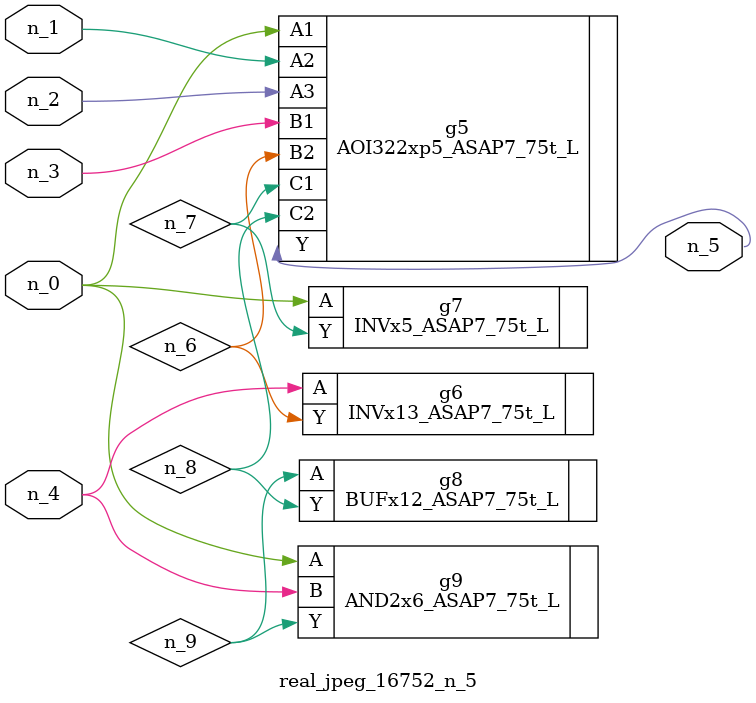
<source format=v>
module real_jpeg_16752_n_5 (n_4, n_0, n_1, n_2, n_3, n_5);

input n_4;
input n_0;
input n_1;
input n_2;
input n_3;

output n_5;

wire n_8;
wire n_6;
wire n_7;
wire n_9;

AOI322xp5_ASAP7_75t_L g5 ( 
.A1(n_0),
.A2(n_1),
.A3(n_2),
.B1(n_3),
.B2(n_6),
.C1(n_7),
.C2(n_8),
.Y(n_5)
);

INVx5_ASAP7_75t_L g7 ( 
.A(n_0),
.Y(n_7)
);

AND2x6_ASAP7_75t_L g9 ( 
.A(n_0),
.B(n_4),
.Y(n_9)
);

INVx13_ASAP7_75t_L g6 ( 
.A(n_4),
.Y(n_6)
);

BUFx12_ASAP7_75t_L g8 ( 
.A(n_9),
.Y(n_8)
);


endmodule
</source>
